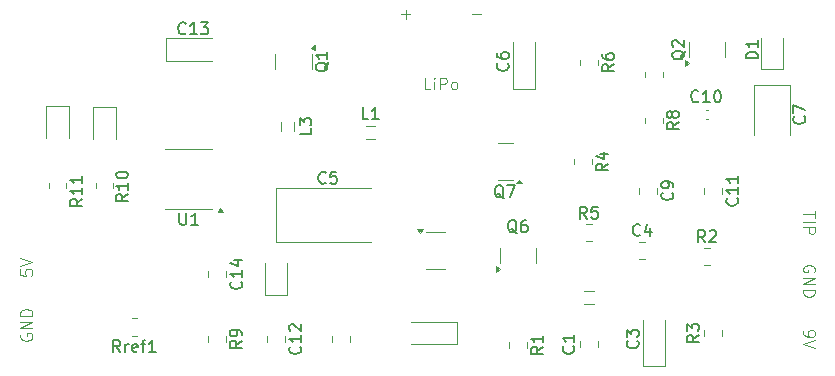
<source format=gbr>
%TF.GenerationSoftware,KiCad,Pcbnew,9.0.2*%
%TF.CreationDate,2025-07-09T13:31:17+03:00*%
%TF.ProjectId,rechargeble_pack,72656368-6172-4676-9562-6c655f706163,rev?*%
%TF.SameCoordinates,Original*%
%TF.FileFunction,Legend,Top*%
%TF.FilePolarity,Positive*%
%FSLAX46Y46*%
G04 Gerber Fmt 4.6, Leading zero omitted, Abs format (unit mm)*
G04 Created by KiCad (PCBNEW 9.0.2) date 2025-07-09 13:31:17*
%MOMM*%
%LPD*%
G01*
G04 APERTURE LIST*
%ADD10C,0.100000*%
%ADD11C,0.150000*%
%ADD12C,0.120000*%
G04 APERTURE END LIST*
D10*
X39603884Y-991466D02*
X40365789Y-991466D01*
X33603884Y-991466D02*
X34365789Y-991466D01*
X33984836Y-1372419D02*
X33984836Y-610514D01*
X36080074Y-7372419D02*
X35603884Y-7372419D01*
X35603884Y-7372419D02*
X35603884Y-6372419D01*
X36413408Y-7372419D02*
X36413408Y-6705752D01*
X36413408Y-6372419D02*
X36365789Y-6420038D01*
X36365789Y-6420038D02*
X36413408Y-6467657D01*
X36413408Y-6467657D02*
X36461027Y-6420038D01*
X36461027Y-6420038D02*
X36413408Y-6372419D01*
X36413408Y-6372419D02*
X36413408Y-6467657D01*
X36889598Y-7372419D02*
X36889598Y-6372419D01*
X36889598Y-6372419D02*
X37270550Y-6372419D01*
X37270550Y-6372419D02*
X37365788Y-6420038D01*
X37365788Y-6420038D02*
X37413407Y-6467657D01*
X37413407Y-6467657D02*
X37461026Y-6562895D01*
X37461026Y-6562895D02*
X37461026Y-6705752D01*
X37461026Y-6705752D02*
X37413407Y-6800990D01*
X37413407Y-6800990D02*
X37365788Y-6848609D01*
X37365788Y-6848609D02*
X37270550Y-6896228D01*
X37270550Y-6896228D02*
X36889598Y-6896228D01*
X38032455Y-7372419D02*
X37937217Y-7324800D01*
X37937217Y-7324800D02*
X37889598Y-7277180D01*
X37889598Y-7277180D02*
X37841979Y-7181942D01*
X37841979Y-7181942D02*
X37841979Y-6896228D01*
X37841979Y-6896228D02*
X37889598Y-6800990D01*
X37889598Y-6800990D02*
X37937217Y-6753371D01*
X37937217Y-6753371D02*
X38032455Y-6705752D01*
X38032455Y-6705752D02*
X38175312Y-6705752D01*
X38175312Y-6705752D02*
X38270550Y-6753371D01*
X38270550Y-6753371D02*
X38318169Y-6800990D01*
X38318169Y-6800990D02*
X38365788Y-6896228D01*
X38365788Y-6896228D02*
X38365788Y-7181942D01*
X38365788Y-7181942D02*
X38318169Y-7277180D01*
X38318169Y-7277180D02*
X38270550Y-7324800D01*
X38270550Y-7324800D02*
X38175312Y-7372419D01*
X38175312Y-7372419D02*
X38032455Y-7372419D01*
X67627580Y-27851503D02*
X67627580Y-28041979D01*
X67627580Y-28041979D02*
X67675200Y-28137217D01*
X67675200Y-28137217D02*
X67722819Y-28184836D01*
X67722819Y-28184836D02*
X67865676Y-28280074D01*
X67865676Y-28280074D02*
X68056152Y-28327693D01*
X68056152Y-28327693D02*
X68437104Y-28327693D01*
X68437104Y-28327693D02*
X68532342Y-28280074D01*
X68532342Y-28280074D02*
X68579961Y-28232455D01*
X68579961Y-28232455D02*
X68627580Y-28137217D01*
X68627580Y-28137217D02*
X68627580Y-27946741D01*
X68627580Y-27946741D02*
X68579961Y-27851503D01*
X68579961Y-27851503D02*
X68532342Y-27803884D01*
X68532342Y-27803884D02*
X68437104Y-27756265D01*
X68437104Y-27756265D02*
X68199009Y-27756265D01*
X68199009Y-27756265D02*
X68103771Y-27803884D01*
X68103771Y-27803884D02*
X68056152Y-27851503D01*
X68056152Y-27851503D02*
X68008533Y-27946741D01*
X68008533Y-27946741D02*
X68008533Y-28137217D01*
X68008533Y-28137217D02*
X68056152Y-28232455D01*
X68056152Y-28232455D02*
X68103771Y-28280074D01*
X68103771Y-28280074D02*
X68199009Y-28327693D01*
X68627580Y-28613408D02*
X67627580Y-28946741D01*
X67627580Y-28946741D02*
X68627580Y-29280074D01*
X1372419Y-22619925D02*
X1372419Y-23096115D01*
X1372419Y-23096115D02*
X1848609Y-23143734D01*
X1848609Y-23143734D02*
X1800990Y-23096115D01*
X1800990Y-23096115D02*
X1753371Y-23000877D01*
X1753371Y-23000877D02*
X1753371Y-22762782D01*
X1753371Y-22762782D02*
X1800990Y-22667544D01*
X1800990Y-22667544D02*
X1848609Y-22619925D01*
X1848609Y-22619925D02*
X1943847Y-22572306D01*
X1943847Y-22572306D02*
X2181942Y-22572306D01*
X2181942Y-22572306D02*
X2277180Y-22619925D01*
X2277180Y-22619925D02*
X2324800Y-22667544D01*
X2324800Y-22667544D02*
X2372419Y-22762782D01*
X2372419Y-22762782D02*
X2372419Y-23000877D01*
X2372419Y-23000877D02*
X2324800Y-23096115D01*
X2324800Y-23096115D02*
X2277180Y-23143734D01*
X1372419Y-22286591D02*
X2372419Y-21953258D01*
X2372419Y-21953258D02*
X1372419Y-21619925D01*
X68627580Y-17661027D02*
X68627580Y-18232455D01*
X67627580Y-17946741D02*
X68627580Y-17946741D01*
X67627580Y-18565789D02*
X68627580Y-18565789D01*
X67627580Y-19041979D02*
X68627580Y-19041979D01*
X68627580Y-19041979D02*
X68627580Y-19422931D01*
X68627580Y-19422931D02*
X68579961Y-19518169D01*
X68579961Y-19518169D02*
X68532342Y-19565788D01*
X68532342Y-19565788D02*
X68437104Y-19613407D01*
X68437104Y-19613407D02*
X68294247Y-19613407D01*
X68294247Y-19613407D02*
X68199009Y-19565788D01*
X68199009Y-19565788D02*
X68151390Y-19518169D01*
X68151390Y-19518169D02*
X68103771Y-19422931D01*
X68103771Y-19422931D02*
X68103771Y-19041979D01*
X68579961Y-22827693D02*
X68627580Y-22732455D01*
X68627580Y-22732455D02*
X68627580Y-22589598D01*
X68627580Y-22589598D02*
X68579961Y-22446741D01*
X68579961Y-22446741D02*
X68484723Y-22351503D01*
X68484723Y-22351503D02*
X68389485Y-22303884D01*
X68389485Y-22303884D02*
X68199009Y-22256265D01*
X68199009Y-22256265D02*
X68056152Y-22256265D01*
X68056152Y-22256265D02*
X67865676Y-22303884D01*
X67865676Y-22303884D02*
X67770438Y-22351503D01*
X67770438Y-22351503D02*
X67675200Y-22446741D01*
X67675200Y-22446741D02*
X67627580Y-22589598D01*
X67627580Y-22589598D02*
X67627580Y-22684836D01*
X67627580Y-22684836D02*
X67675200Y-22827693D01*
X67675200Y-22827693D02*
X67722819Y-22875312D01*
X67722819Y-22875312D02*
X68056152Y-22875312D01*
X68056152Y-22875312D02*
X68056152Y-22684836D01*
X67627580Y-23303884D02*
X68627580Y-23303884D01*
X68627580Y-23303884D02*
X67627580Y-23875312D01*
X67627580Y-23875312D02*
X68627580Y-23875312D01*
X67627580Y-24351503D02*
X68627580Y-24351503D01*
X68627580Y-24351503D02*
X68627580Y-24589598D01*
X68627580Y-24589598D02*
X68579961Y-24732455D01*
X68579961Y-24732455D02*
X68484723Y-24827693D01*
X68484723Y-24827693D02*
X68389485Y-24875312D01*
X68389485Y-24875312D02*
X68199009Y-24922931D01*
X68199009Y-24922931D02*
X68056152Y-24922931D01*
X68056152Y-24922931D02*
X67865676Y-24875312D01*
X67865676Y-24875312D02*
X67770438Y-24827693D01*
X67770438Y-24827693D02*
X67675200Y-24732455D01*
X67675200Y-24732455D02*
X67627580Y-24589598D01*
X67627580Y-24589598D02*
X67627580Y-24351503D01*
X1420038Y-28072306D02*
X1372419Y-28167544D01*
X1372419Y-28167544D02*
X1372419Y-28310401D01*
X1372419Y-28310401D02*
X1420038Y-28453258D01*
X1420038Y-28453258D02*
X1515276Y-28548496D01*
X1515276Y-28548496D02*
X1610514Y-28596115D01*
X1610514Y-28596115D02*
X1800990Y-28643734D01*
X1800990Y-28643734D02*
X1943847Y-28643734D01*
X1943847Y-28643734D02*
X2134323Y-28596115D01*
X2134323Y-28596115D02*
X2229561Y-28548496D01*
X2229561Y-28548496D02*
X2324800Y-28453258D01*
X2324800Y-28453258D02*
X2372419Y-28310401D01*
X2372419Y-28310401D02*
X2372419Y-28215163D01*
X2372419Y-28215163D02*
X2324800Y-28072306D01*
X2324800Y-28072306D02*
X2277180Y-28024687D01*
X2277180Y-28024687D02*
X1943847Y-28024687D01*
X1943847Y-28024687D02*
X1943847Y-28215163D01*
X2372419Y-27596115D02*
X1372419Y-27596115D01*
X1372419Y-27596115D02*
X2372419Y-27024687D01*
X2372419Y-27024687D02*
X1372419Y-27024687D01*
X2372419Y-26548496D02*
X1372419Y-26548496D01*
X1372419Y-26548496D02*
X1372419Y-26310401D01*
X1372419Y-26310401D02*
X1420038Y-26167544D01*
X1420038Y-26167544D02*
X1515276Y-26072306D01*
X1515276Y-26072306D02*
X1610514Y-26024687D01*
X1610514Y-26024687D02*
X1800990Y-25977068D01*
X1800990Y-25977068D02*
X1943847Y-25977068D01*
X1943847Y-25977068D02*
X2134323Y-26024687D01*
X2134323Y-26024687D02*
X2229561Y-26072306D01*
X2229561Y-26072306D02*
X2324800Y-26167544D01*
X2324800Y-26167544D02*
X2372419Y-26310401D01*
X2372419Y-26310401D02*
X2372419Y-26548496D01*
D11*
X15357142Y-2609580D02*
X15309523Y-2657200D01*
X15309523Y-2657200D02*
X15166666Y-2704819D01*
X15166666Y-2704819D02*
X15071428Y-2704819D01*
X15071428Y-2704819D02*
X14928571Y-2657200D01*
X14928571Y-2657200D02*
X14833333Y-2561961D01*
X14833333Y-2561961D02*
X14785714Y-2466723D01*
X14785714Y-2466723D02*
X14738095Y-2276247D01*
X14738095Y-2276247D02*
X14738095Y-2133390D01*
X14738095Y-2133390D02*
X14785714Y-1942914D01*
X14785714Y-1942914D02*
X14833333Y-1847676D01*
X14833333Y-1847676D02*
X14928571Y-1752438D01*
X14928571Y-1752438D02*
X15071428Y-1704819D01*
X15071428Y-1704819D02*
X15166666Y-1704819D01*
X15166666Y-1704819D02*
X15309523Y-1752438D01*
X15309523Y-1752438D02*
X15357142Y-1800057D01*
X16309523Y-2704819D02*
X15738095Y-2704819D01*
X16023809Y-2704819D02*
X16023809Y-1704819D01*
X16023809Y-1704819D02*
X15928571Y-1847676D01*
X15928571Y-1847676D02*
X15833333Y-1942914D01*
X15833333Y-1942914D02*
X15738095Y-1990533D01*
X16642857Y-1704819D02*
X17261904Y-1704819D01*
X17261904Y-1704819D02*
X16928571Y-2085771D01*
X16928571Y-2085771D02*
X17071428Y-2085771D01*
X17071428Y-2085771D02*
X17166666Y-2133390D01*
X17166666Y-2133390D02*
X17214285Y-2181009D01*
X17214285Y-2181009D02*
X17261904Y-2276247D01*
X17261904Y-2276247D02*
X17261904Y-2514342D01*
X17261904Y-2514342D02*
X17214285Y-2609580D01*
X17214285Y-2609580D02*
X17166666Y-2657200D01*
X17166666Y-2657200D02*
X17071428Y-2704819D01*
X17071428Y-2704819D02*
X16785714Y-2704819D01*
X16785714Y-2704819D02*
X16690476Y-2657200D01*
X16690476Y-2657200D02*
X16642857Y-2609580D01*
X58769642Y-8359580D02*
X58722023Y-8407200D01*
X58722023Y-8407200D02*
X58579166Y-8454819D01*
X58579166Y-8454819D02*
X58483928Y-8454819D01*
X58483928Y-8454819D02*
X58341071Y-8407200D01*
X58341071Y-8407200D02*
X58245833Y-8311961D01*
X58245833Y-8311961D02*
X58198214Y-8216723D01*
X58198214Y-8216723D02*
X58150595Y-8026247D01*
X58150595Y-8026247D02*
X58150595Y-7883390D01*
X58150595Y-7883390D02*
X58198214Y-7692914D01*
X58198214Y-7692914D02*
X58245833Y-7597676D01*
X58245833Y-7597676D02*
X58341071Y-7502438D01*
X58341071Y-7502438D02*
X58483928Y-7454819D01*
X58483928Y-7454819D02*
X58579166Y-7454819D01*
X58579166Y-7454819D02*
X58722023Y-7502438D01*
X58722023Y-7502438D02*
X58769642Y-7550057D01*
X59722023Y-8454819D02*
X59150595Y-8454819D01*
X59436309Y-8454819D02*
X59436309Y-7454819D01*
X59436309Y-7454819D02*
X59341071Y-7597676D01*
X59341071Y-7597676D02*
X59245833Y-7692914D01*
X59245833Y-7692914D02*
X59150595Y-7740533D01*
X60341071Y-7454819D02*
X60436309Y-7454819D01*
X60436309Y-7454819D02*
X60531547Y-7502438D01*
X60531547Y-7502438D02*
X60579166Y-7550057D01*
X60579166Y-7550057D02*
X60626785Y-7645295D01*
X60626785Y-7645295D02*
X60674404Y-7835771D01*
X60674404Y-7835771D02*
X60674404Y-8073866D01*
X60674404Y-8073866D02*
X60626785Y-8264342D01*
X60626785Y-8264342D02*
X60579166Y-8359580D01*
X60579166Y-8359580D02*
X60531547Y-8407200D01*
X60531547Y-8407200D02*
X60436309Y-8454819D01*
X60436309Y-8454819D02*
X60341071Y-8454819D01*
X60341071Y-8454819D02*
X60245833Y-8407200D01*
X60245833Y-8407200D02*
X60198214Y-8359580D01*
X60198214Y-8359580D02*
X60150595Y-8264342D01*
X60150595Y-8264342D02*
X60102976Y-8073866D01*
X60102976Y-8073866D02*
X60102976Y-7835771D01*
X60102976Y-7835771D02*
X60150595Y-7645295D01*
X60150595Y-7645295D02*
X60198214Y-7550057D01*
X60198214Y-7550057D02*
X60245833Y-7502438D01*
X60245833Y-7502438D02*
X60341071Y-7454819D01*
X67709580Y-9666666D02*
X67757200Y-9714285D01*
X67757200Y-9714285D02*
X67804819Y-9857142D01*
X67804819Y-9857142D02*
X67804819Y-9952380D01*
X67804819Y-9952380D02*
X67757200Y-10095237D01*
X67757200Y-10095237D02*
X67661961Y-10190475D01*
X67661961Y-10190475D02*
X67566723Y-10238094D01*
X67566723Y-10238094D02*
X67376247Y-10285713D01*
X67376247Y-10285713D02*
X67233390Y-10285713D01*
X67233390Y-10285713D02*
X67042914Y-10238094D01*
X67042914Y-10238094D02*
X66947676Y-10190475D01*
X66947676Y-10190475D02*
X66852438Y-10095237D01*
X66852438Y-10095237D02*
X66804819Y-9952380D01*
X66804819Y-9952380D02*
X66804819Y-9857142D01*
X66804819Y-9857142D02*
X66852438Y-9714285D01*
X66852438Y-9714285D02*
X66900057Y-9666666D01*
X66804819Y-9333332D02*
X66804819Y-8666666D01*
X66804819Y-8666666D02*
X67804819Y-9095237D01*
X6604819Y-16642857D02*
X6128628Y-16976190D01*
X6604819Y-17214285D02*
X5604819Y-17214285D01*
X5604819Y-17214285D02*
X5604819Y-16833333D01*
X5604819Y-16833333D02*
X5652438Y-16738095D01*
X5652438Y-16738095D02*
X5700057Y-16690476D01*
X5700057Y-16690476D02*
X5795295Y-16642857D01*
X5795295Y-16642857D02*
X5938152Y-16642857D01*
X5938152Y-16642857D02*
X6033390Y-16690476D01*
X6033390Y-16690476D02*
X6081009Y-16738095D01*
X6081009Y-16738095D02*
X6128628Y-16833333D01*
X6128628Y-16833333D02*
X6128628Y-17214285D01*
X6604819Y-15690476D02*
X6604819Y-16261904D01*
X6604819Y-15976190D02*
X5604819Y-15976190D01*
X5604819Y-15976190D02*
X5747676Y-16071428D01*
X5747676Y-16071428D02*
X5842914Y-16166666D01*
X5842914Y-16166666D02*
X5890533Y-16261904D01*
X6604819Y-14738095D02*
X6604819Y-15309523D01*
X6604819Y-15023809D02*
X5604819Y-15023809D01*
X5604819Y-15023809D02*
X5747676Y-15119047D01*
X5747676Y-15119047D02*
X5842914Y-15214285D01*
X5842914Y-15214285D02*
X5890533Y-15309523D01*
X56539580Y-16116666D02*
X56587200Y-16164285D01*
X56587200Y-16164285D02*
X56634819Y-16307142D01*
X56634819Y-16307142D02*
X56634819Y-16402380D01*
X56634819Y-16402380D02*
X56587200Y-16545237D01*
X56587200Y-16545237D02*
X56491961Y-16640475D01*
X56491961Y-16640475D02*
X56396723Y-16688094D01*
X56396723Y-16688094D02*
X56206247Y-16735713D01*
X56206247Y-16735713D02*
X56063390Y-16735713D01*
X56063390Y-16735713D02*
X55872914Y-16688094D01*
X55872914Y-16688094D02*
X55777676Y-16640475D01*
X55777676Y-16640475D02*
X55682438Y-16545237D01*
X55682438Y-16545237D02*
X55634819Y-16402380D01*
X55634819Y-16402380D02*
X55634819Y-16307142D01*
X55634819Y-16307142D02*
X55682438Y-16164285D01*
X55682438Y-16164285D02*
X55730057Y-16116666D01*
X56634819Y-15640475D02*
X56634819Y-15449999D01*
X56634819Y-15449999D02*
X56587200Y-15354761D01*
X56587200Y-15354761D02*
X56539580Y-15307142D01*
X56539580Y-15307142D02*
X56396723Y-15211904D01*
X56396723Y-15211904D02*
X56206247Y-15164285D01*
X56206247Y-15164285D02*
X55825295Y-15164285D01*
X55825295Y-15164285D02*
X55730057Y-15211904D01*
X55730057Y-15211904D02*
X55682438Y-15259523D01*
X55682438Y-15259523D02*
X55634819Y-15354761D01*
X55634819Y-15354761D02*
X55634819Y-15545237D01*
X55634819Y-15545237D02*
X55682438Y-15640475D01*
X55682438Y-15640475D02*
X55730057Y-15688094D01*
X55730057Y-15688094D02*
X55825295Y-15735713D01*
X55825295Y-15735713D02*
X56063390Y-15735713D01*
X56063390Y-15735713D02*
X56158628Y-15688094D01*
X56158628Y-15688094D02*
X56206247Y-15640475D01*
X56206247Y-15640475D02*
X56253866Y-15545237D01*
X56253866Y-15545237D02*
X56253866Y-15354761D01*
X56253866Y-15354761D02*
X56206247Y-15259523D01*
X56206247Y-15259523D02*
X56158628Y-15211904D01*
X56158628Y-15211904D02*
X56063390Y-15164285D01*
X62039580Y-16592857D02*
X62087200Y-16640476D01*
X62087200Y-16640476D02*
X62134819Y-16783333D01*
X62134819Y-16783333D02*
X62134819Y-16878571D01*
X62134819Y-16878571D02*
X62087200Y-17021428D01*
X62087200Y-17021428D02*
X61991961Y-17116666D01*
X61991961Y-17116666D02*
X61896723Y-17164285D01*
X61896723Y-17164285D02*
X61706247Y-17211904D01*
X61706247Y-17211904D02*
X61563390Y-17211904D01*
X61563390Y-17211904D02*
X61372914Y-17164285D01*
X61372914Y-17164285D02*
X61277676Y-17116666D01*
X61277676Y-17116666D02*
X61182438Y-17021428D01*
X61182438Y-17021428D02*
X61134819Y-16878571D01*
X61134819Y-16878571D02*
X61134819Y-16783333D01*
X61134819Y-16783333D02*
X61182438Y-16640476D01*
X61182438Y-16640476D02*
X61230057Y-16592857D01*
X62134819Y-15640476D02*
X62134819Y-16211904D01*
X62134819Y-15926190D02*
X61134819Y-15926190D01*
X61134819Y-15926190D02*
X61277676Y-16021428D01*
X61277676Y-16021428D02*
X61372914Y-16116666D01*
X61372914Y-16116666D02*
X61420533Y-16211904D01*
X62134819Y-14688095D02*
X62134819Y-15259523D01*
X62134819Y-14973809D02*
X61134819Y-14973809D01*
X61134819Y-14973809D02*
X61277676Y-15069047D01*
X61277676Y-15069047D02*
X61372914Y-15164285D01*
X61372914Y-15164285D02*
X61420533Y-15259523D01*
X20039580Y-23642857D02*
X20087200Y-23690476D01*
X20087200Y-23690476D02*
X20134819Y-23833333D01*
X20134819Y-23833333D02*
X20134819Y-23928571D01*
X20134819Y-23928571D02*
X20087200Y-24071428D01*
X20087200Y-24071428D02*
X19991961Y-24166666D01*
X19991961Y-24166666D02*
X19896723Y-24214285D01*
X19896723Y-24214285D02*
X19706247Y-24261904D01*
X19706247Y-24261904D02*
X19563390Y-24261904D01*
X19563390Y-24261904D02*
X19372914Y-24214285D01*
X19372914Y-24214285D02*
X19277676Y-24166666D01*
X19277676Y-24166666D02*
X19182438Y-24071428D01*
X19182438Y-24071428D02*
X19134819Y-23928571D01*
X19134819Y-23928571D02*
X19134819Y-23833333D01*
X19134819Y-23833333D02*
X19182438Y-23690476D01*
X19182438Y-23690476D02*
X19230057Y-23642857D01*
X20134819Y-22690476D02*
X20134819Y-23261904D01*
X20134819Y-22976190D02*
X19134819Y-22976190D01*
X19134819Y-22976190D02*
X19277676Y-23071428D01*
X19277676Y-23071428D02*
X19372914Y-23166666D01*
X19372914Y-23166666D02*
X19420533Y-23261904D01*
X19468152Y-21833333D02*
X20134819Y-21833333D01*
X19087200Y-22071428D02*
X19801485Y-22309523D01*
X19801485Y-22309523D02*
X19801485Y-21690476D01*
X45604819Y-29166666D02*
X45128628Y-29499999D01*
X45604819Y-29738094D02*
X44604819Y-29738094D01*
X44604819Y-29738094D02*
X44604819Y-29357142D01*
X44604819Y-29357142D02*
X44652438Y-29261904D01*
X44652438Y-29261904D02*
X44700057Y-29214285D01*
X44700057Y-29214285D02*
X44795295Y-29166666D01*
X44795295Y-29166666D02*
X44938152Y-29166666D01*
X44938152Y-29166666D02*
X45033390Y-29214285D01*
X45033390Y-29214285D02*
X45081009Y-29261904D01*
X45081009Y-29261904D02*
X45128628Y-29357142D01*
X45128628Y-29357142D02*
X45128628Y-29738094D01*
X45604819Y-28214285D02*
X45604819Y-28785713D01*
X45604819Y-28499999D02*
X44604819Y-28499999D01*
X44604819Y-28499999D02*
X44747676Y-28595237D01*
X44747676Y-28595237D02*
X44842914Y-28690475D01*
X44842914Y-28690475D02*
X44890533Y-28785713D01*
X43404761Y-19550057D02*
X43309523Y-19502438D01*
X43309523Y-19502438D02*
X43214285Y-19407200D01*
X43214285Y-19407200D02*
X43071428Y-19264342D01*
X43071428Y-19264342D02*
X42976190Y-19216723D01*
X42976190Y-19216723D02*
X42880952Y-19216723D01*
X42928571Y-19454819D02*
X42833333Y-19407200D01*
X42833333Y-19407200D02*
X42738095Y-19311961D01*
X42738095Y-19311961D02*
X42690476Y-19121485D01*
X42690476Y-19121485D02*
X42690476Y-18788152D01*
X42690476Y-18788152D02*
X42738095Y-18597676D01*
X42738095Y-18597676D02*
X42833333Y-18502438D01*
X42833333Y-18502438D02*
X42928571Y-18454819D01*
X42928571Y-18454819D02*
X43119047Y-18454819D01*
X43119047Y-18454819D02*
X43214285Y-18502438D01*
X43214285Y-18502438D02*
X43309523Y-18597676D01*
X43309523Y-18597676D02*
X43357142Y-18788152D01*
X43357142Y-18788152D02*
X43357142Y-19121485D01*
X43357142Y-19121485D02*
X43309523Y-19311961D01*
X43309523Y-19311961D02*
X43214285Y-19407200D01*
X43214285Y-19407200D02*
X43119047Y-19454819D01*
X43119047Y-19454819D02*
X42928571Y-19454819D01*
X44214285Y-18454819D02*
X44023809Y-18454819D01*
X44023809Y-18454819D02*
X43928571Y-18502438D01*
X43928571Y-18502438D02*
X43880952Y-18550057D01*
X43880952Y-18550057D02*
X43785714Y-18692914D01*
X43785714Y-18692914D02*
X43738095Y-18883390D01*
X43738095Y-18883390D02*
X43738095Y-19264342D01*
X43738095Y-19264342D02*
X43785714Y-19359580D01*
X43785714Y-19359580D02*
X43833333Y-19407200D01*
X43833333Y-19407200D02*
X43928571Y-19454819D01*
X43928571Y-19454819D02*
X44119047Y-19454819D01*
X44119047Y-19454819D02*
X44214285Y-19407200D01*
X44214285Y-19407200D02*
X44261904Y-19359580D01*
X44261904Y-19359580D02*
X44309523Y-19264342D01*
X44309523Y-19264342D02*
X44309523Y-19026247D01*
X44309523Y-19026247D02*
X44261904Y-18931009D01*
X44261904Y-18931009D02*
X44214285Y-18883390D01*
X44214285Y-18883390D02*
X44119047Y-18835771D01*
X44119047Y-18835771D02*
X43928571Y-18835771D01*
X43928571Y-18835771D02*
X43833333Y-18883390D01*
X43833333Y-18883390D02*
X43785714Y-18931009D01*
X43785714Y-18931009D02*
X43738095Y-19026247D01*
X59333333Y-20304819D02*
X59000000Y-19828628D01*
X58761905Y-20304819D02*
X58761905Y-19304819D01*
X58761905Y-19304819D02*
X59142857Y-19304819D01*
X59142857Y-19304819D02*
X59238095Y-19352438D01*
X59238095Y-19352438D02*
X59285714Y-19400057D01*
X59285714Y-19400057D02*
X59333333Y-19495295D01*
X59333333Y-19495295D02*
X59333333Y-19638152D01*
X59333333Y-19638152D02*
X59285714Y-19733390D01*
X59285714Y-19733390D02*
X59238095Y-19781009D01*
X59238095Y-19781009D02*
X59142857Y-19828628D01*
X59142857Y-19828628D02*
X58761905Y-19828628D01*
X59714286Y-19400057D02*
X59761905Y-19352438D01*
X59761905Y-19352438D02*
X59857143Y-19304819D01*
X59857143Y-19304819D02*
X60095238Y-19304819D01*
X60095238Y-19304819D02*
X60190476Y-19352438D01*
X60190476Y-19352438D02*
X60238095Y-19400057D01*
X60238095Y-19400057D02*
X60285714Y-19495295D01*
X60285714Y-19495295D02*
X60285714Y-19590533D01*
X60285714Y-19590533D02*
X60238095Y-19733390D01*
X60238095Y-19733390D02*
X59666667Y-20304819D01*
X59666667Y-20304819D02*
X60285714Y-20304819D01*
X10454819Y-16230357D02*
X9978628Y-16563690D01*
X10454819Y-16801785D02*
X9454819Y-16801785D01*
X9454819Y-16801785D02*
X9454819Y-16420833D01*
X9454819Y-16420833D02*
X9502438Y-16325595D01*
X9502438Y-16325595D02*
X9550057Y-16277976D01*
X9550057Y-16277976D02*
X9645295Y-16230357D01*
X9645295Y-16230357D02*
X9788152Y-16230357D01*
X9788152Y-16230357D02*
X9883390Y-16277976D01*
X9883390Y-16277976D02*
X9931009Y-16325595D01*
X9931009Y-16325595D02*
X9978628Y-16420833D01*
X9978628Y-16420833D02*
X9978628Y-16801785D01*
X10454819Y-15277976D02*
X10454819Y-15849404D01*
X10454819Y-15563690D02*
X9454819Y-15563690D01*
X9454819Y-15563690D02*
X9597676Y-15658928D01*
X9597676Y-15658928D02*
X9692914Y-15754166D01*
X9692914Y-15754166D02*
X9740533Y-15849404D01*
X9454819Y-14658928D02*
X9454819Y-14563690D01*
X9454819Y-14563690D02*
X9502438Y-14468452D01*
X9502438Y-14468452D02*
X9550057Y-14420833D01*
X9550057Y-14420833D02*
X9645295Y-14373214D01*
X9645295Y-14373214D02*
X9835771Y-14325595D01*
X9835771Y-14325595D02*
X10073866Y-14325595D01*
X10073866Y-14325595D02*
X10264342Y-14373214D01*
X10264342Y-14373214D02*
X10359580Y-14420833D01*
X10359580Y-14420833D02*
X10407200Y-14468452D01*
X10407200Y-14468452D02*
X10454819Y-14563690D01*
X10454819Y-14563690D02*
X10454819Y-14658928D01*
X10454819Y-14658928D02*
X10407200Y-14754166D01*
X10407200Y-14754166D02*
X10359580Y-14801785D01*
X10359580Y-14801785D02*
X10264342Y-14849404D01*
X10264342Y-14849404D02*
X10073866Y-14897023D01*
X10073866Y-14897023D02*
X9835771Y-14897023D01*
X9835771Y-14897023D02*
X9645295Y-14849404D01*
X9645295Y-14849404D02*
X9550057Y-14801785D01*
X9550057Y-14801785D02*
X9502438Y-14754166D01*
X9502438Y-14754166D02*
X9454819Y-14658928D01*
X30833333Y-9904819D02*
X30357143Y-9904819D01*
X30357143Y-9904819D02*
X30357143Y-8904819D01*
X31690476Y-9904819D02*
X31119048Y-9904819D01*
X31404762Y-9904819D02*
X31404762Y-8904819D01*
X31404762Y-8904819D02*
X31309524Y-9047676D01*
X31309524Y-9047676D02*
X31214286Y-9142914D01*
X31214286Y-9142914D02*
X31119048Y-9190533D01*
X58804819Y-28166666D02*
X58328628Y-28499999D01*
X58804819Y-28738094D02*
X57804819Y-28738094D01*
X57804819Y-28738094D02*
X57804819Y-28357142D01*
X57804819Y-28357142D02*
X57852438Y-28261904D01*
X57852438Y-28261904D02*
X57900057Y-28214285D01*
X57900057Y-28214285D02*
X57995295Y-28166666D01*
X57995295Y-28166666D02*
X58138152Y-28166666D01*
X58138152Y-28166666D02*
X58233390Y-28214285D01*
X58233390Y-28214285D02*
X58281009Y-28261904D01*
X58281009Y-28261904D02*
X58328628Y-28357142D01*
X58328628Y-28357142D02*
X58328628Y-28738094D01*
X57804819Y-27833332D02*
X57804819Y-27214285D01*
X57804819Y-27214285D02*
X58185771Y-27547618D01*
X58185771Y-27547618D02*
X58185771Y-27404761D01*
X58185771Y-27404761D02*
X58233390Y-27309523D01*
X58233390Y-27309523D02*
X58281009Y-27261904D01*
X58281009Y-27261904D02*
X58376247Y-27214285D01*
X58376247Y-27214285D02*
X58614342Y-27214285D01*
X58614342Y-27214285D02*
X58709580Y-27261904D01*
X58709580Y-27261904D02*
X58757200Y-27309523D01*
X58757200Y-27309523D02*
X58804819Y-27404761D01*
X58804819Y-27404761D02*
X58804819Y-27690475D01*
X58804819Y-27690475D02*
X58757200Y-27785713D01*
X58757200Y-27785713D02*
X58709580Y-27833332D01*
X48179580Y-29116666D02*
X48227200Y-29164285D01*
X48227200Y-29164285D02*
X48274819Y-29307142D01*
X48274819Y-29307142D02*
X48274819Y-29402380D01*
X48274819Y-29402380D02*
X48227200Y-29545237D01*
X48227200Y-29545237D02*
X48131961Y-29640475D01*
X48131961Y-29640475D02*
X48036723Y-29688094D01*
X48036723Y-29688094D02*
X47846247Y-29735713D01*
X47846247Y-29735713D02*
X47703390Y-29735713D01*
X47703390Y-29735713D02*
X47512914Y-29688094D01*
X47512914Y-29688094D02*
X47417676Y-29640475D01*
X47417676Y-29640475D02*
X47322438Y-29545237D01*
X47322438Y-29545237D02*
X47274819Y-29402380D01*
X47274819Y-29402380D02*
X47274819Y-29307142D01*
X47274819Y-29307142D02*
X47322438Y-29164285D01*
X47322438Y-29164285D02*
X47370057Y-29116666D01*
X48274819Y-28164285D02*
X48274819Y-28735713D01*
X48274819Y-28449999D02*
X47274819Y-28449999D01*
X47274819Y-28449999D02*
X47417676Y-28545237D01*
X47417676Y-28545237D02*
X47512914Y-28640475D01*
X47512914Y-28640475D02*
X47560533Y-28735713D01*
X20104819Y-28666666D02*
X19628628Y-28999999D01*
X20104819Y-29238094D02*
X19104819Y-29238094D01*
X19104819Y-29238094D02*
X19104819Y-28857142D01*
X19104819Y-28857142D02*
X19152438Y-28761904D01*
X19152438Y-28761904D02*
X19200057Y-28714285D01*
X19200057Y-28714285D02*
X19295295Y-28666666D01*
X19295295Y-28666666D02*
X19438152Y-28666666D01*
X19438152Y-28666666D02*
X19533390Y-28714285D01*
X19533390Y-28714285D02*
X19581009Y-28761904D01*
X19581009Y-28761904D02*
X19628628Y-28857142D01*
X19628628Y-28857142D02*
X19628628Y-29238094D01*
X20104819Y-28190475D02*
X20104819Y-27999999D01*
X20104819Y-27999999D02*
X20057200Y-27904761D01*
X20057200Y-27904761D02*
X20009580Y-27857142D01*
X20009580Y-27857142D02*
X19866723Y-27761904D01*
X19866723Y-27761904D02*
X19676247Y-27714285D01*
X19676247Y-27714285D02*
X19295295Y-27714285D01*
X19295295Y-27714285D02*
X19200057Y-27761904D01*
X19200057Y-27761904D02*
X19152438Y-27809523D01*
X19152438Y-27809523D02*
X19104819Y-27904761D01*
X19104819Y-27904761D02*
X19104819Y-28095237D01*
X19104819Y-28095237D02*
X19152438Y-28190475D01*
X19152438Y-28190475D02*
X19200057Y-28238094D01*
X19200057Y-28238094D02*
X19295295Y-28285713D01*
X19295295Y-28285713D02*
X19533390Y-28285713D01*
X19533390Y-28285713D02*
X19628628Y-28238094D01*
X19628628Y-28238094D02*
X19676247Y-28190475D01*
X19676247Y-28190475D02*
X19723866Y-28095237D01*
X19723866Y-28095237D02*
X19723866Y-27904761D01*
X19723866Y-27904761D02*
X19676247Y-27809523D01*
X19676247Y-27809523D02*
X19628628Y-27761904D01*
X19628628Y-27761904D02*
X19533390Y-27714285D01*
X53833333Y-19679580D02*
X53785714Y-19727200D01*
X53785714Y-19727200D02*
X53642857Y-19774819D01*
X53642857Y-19774819D02*
X53547619Y-19774819D01*
X53547619Y-19774819D02*
X53404762Y-19727200D01*
X53404762Y-19727200D02*
X53309524Y-19631961D01*
X53309524Y-19631961D02*
X53261905Y-19536723D01*
X53261905Y-19536723D02*
X53214286Y-19346247D01*
X53214286Y-19346247D02*
X53214286Y-19203390D01*
X53214286Y-19203390D02*
X53261905Y-19012914D01*
X53261905Y-19012914D02*
X53309524Y-18917676D01*
X53309524Y-18917676D02*
X53404762Y-18822438D01*
X53404762Y-18822438D02*
X53547619Y-18774819D01*
X53547619Y-18774819D02*
X53642857Y-18774819D01*
X53642857Y-18774819D02*
X53785714Y-18822438D01*
X53785714Y-18822438D02*
X53833333Y-18870057D01*
X54690476Y-19108152D02*
X54690476Y-19774819D01*
X54452381Y-18727200D02*
X54214286Y-19441485D01*
X54214286Y-19441485D02*
X54833333Y-19441485D01*
X42279761Y-16600057D02*
X42184523Y-16552438D01*
X42184523Y-16552438D02*
X42089285Y-16457200D01*
X42089285Y-16457200D02*
X41946428Y-16314342D01*
X41946428Y-16314342D02*
X41851190Y-16266723D01*
X41851190Y-16266723D02*
X41755952Y-16266723D01*
X41803571Y-16504819D02*
X41708333Y-16457200D01*
X41708333Y-16457200D02*
X41613095Y-16361961D01*
X41613095Y-16361961D02*
X41565476Y-16171485D01*
X41565476Y-16171485D02*
X41565476Y-15838152D01*
X41565476Y-15838152D02*
X41613095Y-15647676D01*
X41613095Y-15647676D02*
X41708333Y-15552438D01*
X41708333Y-15552438D02*
X41803571Y-15504819D01*
X41803571Y-15504819D02*
X41994047Y-15504819D01*
X41994047Y-15504819D02*
X42089285Y-15552438D01*
X42089285Y-15552438D02*
X42184523Y-15647676D01*
X42184523Y-15647676D02*
X42232142Y-15838152D01*
X42232142Y-15838152D02*
X42232142Y-16171485D01*
X42232142Y-16171485D02*
X42184523Y-16361961D01*
X42184523Y-16361961D02*
X42089285Y-16457200D01*
X42089285Y-16457200D02*
X41994047Y-16504819D01*
X41994047Y-16504819D02*
X41803571Y-16504819D01*
X42565476Y-15504819D02*
X43232142Y-15504819D01*
X43232142Y-15504819D02*
X42803571Y-16504819D01*
X26004819Y-10666666D02*
X26004819Y-11142856D01*
X26004819Y-11142856D02*
X25004819Y-11142856D01*
X25004819Y-10428570D02*
X25004819Y-9809523D01*
X25004819Y-9809523D02*
X25385771Y-10142856D01*
X25385771Y-10142856D02*
X25385771Y-9999999D01*
X25385771Y-9999999D02*
X25433390Y-9904761D01*
X25433390Y-9904761D02*
X25481009Y-9857142D01*
X25481009Y-9857142D02*
X25576247Y-9809523D01*
X25576247Y-9809523D02*
X25814342Y-9809523D01*
X25814342Y-9809523D02*
X25909580Y-9857142D01*
X25909580Y-9857142D02*
X25957200Y-9904761D01*
X25957200Y-9904761D02*
X26004819Y-9999999D01*
X26004819Y-9999999D02*
X26004819Y-10285713D01*
X26004819Y-10285713D02*
X25957200Y-10380951D01*
X25957200Y-10380951D02*
X25909580Y-10428570D01*
X63804819Y-4738094D02*
X62804819Y-4738094D01*
X62804819Y-4738094D02*
X62804819Y-4499999D01*
X62804819Y-4499999D02*
X62852438Y-4357142D01*
X62852438Y-4357142D02*
X62947676Y-4261904D01*
X62947676Y-4261904D02*
X63042914Y-4214285D01*
X63042914Y-4214285D02*
X63233390Y-4166666D01*
X63233390Y-4166666D02*
X63376247Y-4166666D01*
X63376247Y-4166666D02*
X63566723Y-4214285D01*
X63566723Y-4214285D02*
X63661961Y-4261904D01*
X63661961Y-4261904D02*
X63757200Y-4357142D01*
X63757200Y-4357142D02*
X63804819Y-4499999D01*
X63804819Y-4499999D02*
X63804819Y-4738094D01*
X63804819Y-3214285D02*
X63804819Y-3785713D01*
X63804819Y-3499999D02*
X62804819Y-3499999D01*
X62804819Y-3499999D02*
X62947676Y-3595237D01*
X62947676Y-3595237D02*
X63042914Y-3690475D01*
X63042914Y-3690475D02*
X63090533Y-3785713D01*
X27450057Y-5095238D02*
X27402438Y-5190476D01*
X27402438Y-5190476D02*
X27307200Y-5285714D01*
X27307200Y-5285714D02*
X27164342Y-5428571D01*
X27164342Y-5428571D02*
X27116723Y-5523809D01*
X27116723Y-5523809D02*
X27116723Y-5619047D01*
X27354819Y-5571428D02*
X27307200Y-5666666D01*
X27307200Y-5666666D02*
X27211961Y-5761904D01*
X27211961Y-5761904D02*
X27021485Y-5809523D01*
X27021485Y-5809523D02*
X26688152Y-5809523D01*
X26688152Y-5809523D02*
X26497676Y-5761904D01*
X26497676Y-5761904D02*
X26402438Y-5666666D01*
X26402438Y-5666666D02*
X26354819Y-5571428D01*
X26354819Y-5571428D02*
X26354819Y-5380952D01*
X26354819Y-5380952D02*
X26402438Y-5285714D01*
X26402438Y-5285714D02*
X26497676Y-5190476D01*
X26497676Y-5190476D02*
X26688152Y-5142857D01*
X26688152Y-5142857D02*
X27021485Y-5142857D01*
X27021485Y-5142857D02*
X27211961Y-5190476D01*
X27211961Y-5190476D02*
X27307200Y-5285714D01*
X27307200Y-5285714D02*
X27354819Y-5380952D01*
X27354819Y-5380952D02*
X27354819Y-5571428D01*
X27354819Y-4190476D02*
X27354819Y-4761904D01*
X27354819Y-4476190D02*
X26354819Y-4476190D01*
X26354819Y-4476190D02*
X26497676Y-4571428D01*
X26497676Y-4571428D02*
X26592914Y-4666666D01*
X26592914Y-4666666D02*
X26640533Y-4761904D01*
X42609580Y-5166666D02*
X42657200Y-5214285D01*
X42657200Y-5214285D02*
X42704819Y-5357142D01*
X42704819Y-5357142D02*
X42704819Y-5452380D01*
X42704819Y-5452380D02*
X42657200Y-5595237D01*
X42657200Y-5595237D02*
X42561961Y-5690475D01*
X42561961Y-5690475D02*
X42466723Y-5738094D01*
X42466723Y-5738094D02*
X42276247Y-5785713D01*
X42276247Y-5785713D02*
X42133390Y-5785713D01*
X42133390Y-5785713D02*
X41942914Y-5738094D01*
X41942914Y-5738094D02*
X41847676Y-5690475D01*
X41847676Y-5690475D02*
X41752438Y-5595237D01*
X41752438Y-5595237D02*
X41704819Y-5452380D01*
X41704819Y-5452380D02*
X41704819Y-5357142D01*
X41704819Y-5357142D02*
X41752438Y-5214285D01*
X41752438Y-5214285D02*
X41800057Y-5166666D01*
X41704819Y-4309523D02*
X41704819Y-4499999D01*
X41704819Y-4499999D02*
X41752438Y-4595237D01*
X41752438Y-4595237D02*
X41800057Y-4642856D01*
X41800057Y-4642856D02*
X41942914Y-4738094D01*
X41942914Y-4738094D02*
X42133390Y-4785713D01*
X42133390Y-4785713D02*
X42514342Y-4785713D01*
X42514342Y-4785713D02*
X42609580Y-4738094D01*
X42609580Y-4738094D02*
X42657200Y-4690475D01*
X42657200Y-4690475D02*
X42704819Y-4595237D01*
X42704819Y-4595237D02*
X42704819Y-4404761D01*
X42704819Y-4404761D02*
X42657200Y-4309523D01*
X42657200Y-4309523D02*
X42609580Y-4261904D01*
X42609580Y-4261904D02*
X42514342Y-4214285D01*
X42514342Y-4214285D02*
X42276247Y-4214285D01*
X42276247Y-4214285D02*
X42181009Y-4261904D01*
X42181009Y-4261904D02*
X42133390Y-4309523D01*
X42133390Y-4309523D02*
X42085771Y-4404761D01*
X42085771Y-4404761D02*
X42085771Y-4595237D01*
X42085771Y-4595237D02*
X42133390Y-4690475D01*
X42133390Y-4690475D02*
X42181009Y-4738094D01*
X42181009Y-4738094D02*
X42276247Y-4785713D01*
X49333333Y-18304819D02*
X49000000Y-17828628D01*
X48761905Y-18304819D02*
X48761905Y-17304819D01*
X48761905Y-17304819D02*
X49142857Y-17304819D01*
X49142857Y-17304819D02*
X49238095Y-17352438D01*
X49238095Y-17352438D02*
X49285714Y-17400057D01*
X49285714Y-17400057D02*
X49333333Y-17495295D01*
X49333333Y-17495295D02*
X49333333Y-17638152D01*
X49333333Y-17638152D02*
X49285714Y-17733390D01*
X49285714Y-17733390D02*
X49238095Y-17781009D01*
X49238095Y-17781009D02*
X49142857Y-17828628D01*
X49142857Y-17828628D02*
X48761905Y-17828628D01*
X50238095Y-17304819D02*
X49761905Y-17304819D01*
X49761905Y-17304819D02*
X49714286Y-17781009D01*
X49714286Y-17781009D02*
X49761905Y-17733390D01*
X49761905Y-17733390D02*
X49857143Y-17685771D01*
X49857143Y-17685771D02*
X50095238Y-17685771D01*
X50095238Y-17685771D02*
X50190476Y-17733390D01*
X50190476Y-17733390D02*
X50238095Y-17781009D01*
X50238095Y-17781009D02*
X50285714Y-17876247D01*
X50285714Y-17876247D02*
X50285714Y-18114342D01*
X50285714Y-18114342D02*
X50238095Y-18209580D01*
X50238095Y-18209580D02*
X50190476Y-18257200D01*
X50190476Y-18257200D02*
X50095238Y-18304819D01*
X50095238Y-18304819D02*
X49857143Y-18304819D01*
X49857143Y-18304819D02*
X49761905Y-18257200D01*
X49761905Y-18257200D02*
X49714286Y-18209580D01*
X51604819Y-5254166D02*
X51128628Y-5587499D01*
X51604819Y-5825594D02*
X50604819Y-5825594D01*
X50604819Y-5825594D02*
X50604819Y-5444642D01*
X50604819Y-5444642D02*
X50652438Y-5349404D01*
X50652438Y-5349404D02*
X50700057Y-5301785D01*
X50700057Y-5301785D02*
X50795295Y-5254166D01*
X50795295Y-5254166D02*
X50938152Y-5254166D01*
X50938152Y-5254166D02*
X51033390Y-5301785D01*
X51033390Y-5301785D02*
X51081009Y-5349404D01*
X51081009Y-5349404D02*
X51128628Y-5444642D01*
X51128628Y-5444642D02*
X51128628Y-5825594D01*
X50604819Y-4397023D02*
X50604819Y-4587499D01*
X50604819Y-4587499D02*
X50652438Y-4682737D01*
X50652438Y-4682737D02*
X50700057Y-4730356D01*
X50700057Y-4730356D02*
X50842914Y-4825594D01*
X50842914Y-4825594D02*
X51033390Y-4873213D01*
X51033390Y-4873213D02*
X51414342Y-4873213D01*
X51414342Y-4873213D02*
X51509580Y-4825594D01*
X51509580Y-4825594D02*
X51557200Y-4777975D01*
X51557200Y-4777975D02*
X51604819Y-4682737D01*
X51604819Y-4682737D02*
X51604819Y-4492261D01*
X51604819Y-4492261D02*
X51557200Y-4397023D01*
X51557200Y-4397023D02*
X51509580Y-4349404D01*
X51509580Y-4349404D02*
X51414342Y-4301785D01*
X51414342Y-4301785D02*
X51176247Y-4301785D01*
X51176247Y-4301785D02*
X51081009Y-4349404D01*
X51081009Y-4349404D02*
X51033390Y-4397023D01*
X51033390Y-4397023D02*
X50985771Y-4492261D01*
X50985771Y-4492261D02*
X50985771Y-4682737D01*
X50985771Y-4682737D02*
X51033390Y-4777975D01*
X51033390Y-4777975D02*
X51081009Y-4825594D01*
X51081009Y-4825594D02*
X51176247Y-4873213D01*
X27213333Y-15259580D02*
X27165714Y-15307200D01*
X27165714Y-15307200D02*
X27022857Y-15354819D01*
X27022857Y-15354819D02*
X26927619Y-15354819D01*
X26927619Y-15354819D02*
X26784762Y-15307200D01*
X26784762Y-15307200D02*
X26689524Y-15211961D01*
X26689524Y-15211961D02*
X26641905Y-15116723D01*
X26641905Y-15116723D02*
X26594286Y-14926247D01*
X26594286Y-14926247D02*
X26594286Y-14783390D01*
X26594286Y-14783390D02*
X26641905Y-14592914D01*
X26641905Y-14592914D02*
X26689524Y-14497676D01*
X26689524Y-14497676D02*
X26784762Y-14402438D01*
X26784762Y-14402438D02*
X26927619Y-14354819D01*
X26927619Y-14354819D02*
X27022857Y-14354819D01*
X27022857Y-14354819D02*
X27165714Y-14402438D01*
X27165714Y-14402438D02*
X27213333Y-14450057D01*
X28118095Y-14354819D02*
X27641905Y-14354819D01*
X27641905Y-14354819D02*
X27594286Y-14831009D01*
X27594286Y-14831009D02*
X27641905Y-14783390D01*
X27641905Y-14783390D02*
X27737143Y-14735771D01*
X27737143Y-14735771D02*
X27975238Y-14735771D01*
X27975238Y-14735771D02*
X28070476Y-14783390D01*
X28070476Y-14783390D02*
X28118095Y-14831009D01*
X28118095Y-14831009D02*
X28165714Y-14926247D01*
X28165714Y-14926247D02*
X28165714Y-15164342D01*
X28165714Y-15164342D02*
X28118095Y-15259580D01*
X28118095Y-15259580D02*
X28070476Y-15307200D01*
X28070476Y-15307200D02*
X27975238Y-15354819D01*
X27975238Y-15354819D02*
X27737143Y-15354819D01*
X27737143Y-15354819D02*
X27641905Y-15307200D01*
X27641905Y-15307200D02*
X27594286Y-15259580D01*
X53609580Y-28666666D02*
X53657200Y-28714285D01*
X53657200Y-28714285D02*
X53704819Y-28857142D01*
X53704819Y-28857142D02*
X53704819Y-28952380D01*
X53704819Y-28952380D02*
X53657200Y-29095237D01*
X53657200Y-29095237D02*
X53561961Y-29190475D01*
X53561961Y-29190475D02*
X53466723Y-29238094D01*
X53466723Y-29238094D02*
X53276247Y-29285713D01*
X53276247Y-29285713D02*
X53133390Y-29285713D01*
X53133390Y-29285713D02*
X52942914Y-29238094D01*
X52942914Y-29238094D02*
X52847676Y-29190475D01*
X52847676Y-29190475D02*
X52752438Y-29095237D01*
X52752438Y-29095237D02*
X52704819Y-28952380D01*
X52704819Y-28952380D02*
X52704819Y-28857142D01*
X52704819Y-28857142D02*
X52752438Y-28714285D01*
X52752438Y-28714285D02*
X52800057Y-28666666D01*
X52704819Y-28333332D02*
X52704819Y-27714285D01*
X52704819Y-27714285D02*
X53085771Y-28047618D01*
X53085771Y-28047618D02*
X53085771Y-27904761D01*
X53085771Y-27904761D02*
X53133390Y-27809523D01*
X53133390Y-27809523D02*
X53181009Y-27761904D01*
X53181009Y-27761904D02*
X53276247Y-27714285D01*
X53276247Y-27714285D02*
X53514342Y-27714285D01*
X53514342Y-27714285D02*
X53609580Y-27761904D01*
X53609580Y-27761904D02*
X53657200Y-27809523D01*
X53657200Y-27809523D02*
X53704819Y-27904761D01*
X53704819Y-27904761D02*
X53704819Y-28190475D01*
X53704819Y-28190475D02*
X53657200Y-28285713D01*
X53657200Y-28285713D02*
X53609580Y-28333332D01*
X14833095Y-17829819D02*
X14833095Y-18639342D01*
X14833095Y-18639342D02*
X14880714Y-18734580D01*
X14880714Y-18734580D02*
X14928333Y-18782200D01*
X14928333Y-18782200D02*
X15023571Y-18829819D01*
X15023571Y-18829819D02*
X15214047Y-18829819D01*
X15214047Y-18829819D02*
X15309285Y-18782200D01*
X15309285Y-18782200D02*
X15356904Y-18734580D01*
X15356904Y-18734580D02*
X15404523Y-18639342D01*
X15404523Y-18639342D02*
X15404523Y-17829819D01*
X16404523Y-18829819D02*
X15833095Y-18829819D01*
X16118809Y-18829819D02*
X16118809Y-17829819D01*
X16118809Y-17829819D02*
X16023571Y-17972676D01*
X16023571Y-17972676D02*
X15928333Y-18067914D01*
X15928333Y-18067914D02*
X15833095Y-18115533D01*
X57650057Y-4095238D02*
X57602438Y-4190476D01*
X57602438Y-4190476D02*
X57507200Y-4285714D01*
X57507200Y-4285714D02*
X57364342Y-4428571D01*
X57364342Y-4428571D02*
X57316723Y-4523809D01*
X57316723Y-4523809D02*
X57316723Y-4619047D01*
X57554819Y-4571428D02*
X57507200Y-4666666D01*
X57507200Y-4666666D02*
X57411961Y-4761904D01*
X57411961Y-4761904D02*
X57221485Y-4809523D01*
X57221485Y-4809523D02*
X56888152Y-4809523D01*
X56888152Y-4809523D02*
X56697676Y-4761904D01*
X56697676Y-4761904D02*
X56602438Y-4666666D01*
X56602438Y-4666666D02*
X56554819Y-4571428D01*
X56554819Y-4571428D02*
X56554819Y-4380952D01*
X56554819Y-4380952D02*
X56602438Y-4285714D01*
X56602438Y-4285714D02*
X56697676Y-4190476D01*
X56697676Y-4190476D02*
X56888152Y-4142857D01*
X56888152Y-4142857D02*
X57221485Y-4142857D01*
X57221485Y-4142857D02*
X57411961Y-4190476D01*
X57411961Y-4190476D02*
X57507200Y-4285714D01*
X57507200Y-4285714D02*
X57554819Y-4380952D01*
X57554819Y-4380952D02*
X57554819Y-4571428D01*
X56650057Y-3761904D02*
X56602438Y-3714285D01*
X56602438Y-3714285D02*
X56554819Y-3619047D01*
X56554819Y-3619047D02*
X56554819Y-3380952D01*
X56554819Y-3380952D02*
X56602438Y-3285714D01*
X56602438Y-3285714D02*
X56650057Y-3238095D01*
X56650057Y-3238095D02*
X56745295Y-3190476D01*
X56745295Y-3190476D02*
X56840533Y-3190476D01*
X56840533Y-3190476D02*
X56983390Y-3238095D01*
X56983390Y-3238095D02*
X57554819Y-3809523D01*
X57554819Y-3809523D02*
X57554819Y-3190476D01*
X57104819Y-10166666D02*
X56628628Y-10499999D01*
X57104819Y-10738094D02*
X56104819Y-10738094D01*
X56104819Y-10738094D02*
X56104819Y-10357142D01*
X56104819Y-10357142D02*
X56152438Y-10261904D01*
X56152438Y-10261904D02*
X56200057Y-10214285D01*
X56200057Y-10214285D02*
X56295295Y-10166666D01*
X56295295Y-10166666D02*
X56438152Y-10166666D01*
X56438152Y-10166666D02*
X56533390Y-10214285D01*
X56533390Y-10214285D02*
X56581009Y-10261904D01*
X56581009Y-10261904D02*
X56628628Y-10357142D01*
X56628628Y-10357142D02*
X56628628Y-10738094D01*
X56533390Y-9595237D02*
X56485771Y-9690475D01*
X56485771Y-9690475D02*
X56438152Y-9738094D01*
X56438152Y-9738094D02*
X56342914Y-9785713D01*
X56342914Y-9785713D02*
X56295295Y-9785713D01*
X56295295Y-9785713D02*
X56200057Y-9738094D01*
X56200057Y-9738094D02*
X56152438Y-9690475D01*
X56152438Y-9690475D02*
X56104819Y-9595237D01*
X56104819Y-9595237D02*
X56104819Y-9404761D01*
X56104819Y-9404761D02*
X56152438Y-9309523D01*
X56152438Y-9309523D02*
X56200057Y-9261904D01*
X56200057Y-9261904D02*
X56295295Y-9214285D01*
X56295295Y-9214285D02*
X56342914Y-9214285D01*
X56342914Y-9214285D02*
X56438152Y-9261904D01*
X56438152Y-9261904D02*
X56485771Y-9309523D01*
X56485771Y-9309523D02*
X56533390Y-9404761D01*
X56533390Y-9404761D02*
X56533390Y-9595237D01*
X56533390Y-9595237D02*
X56581009Y-9690475D01*
X56581009Y-9690475D02*
X56628628Y-9738094D01*
X56628628Y-9738094D02*
X56723866Y-9785713D01*
X56723866Y-9785713D02*
X56914342Y-9785713D01*
X56914342Y-9785713D02*
X57009580Y-9738094D01*
X57009580Y-9738094D02*
X57057200Y-9690475D01*
X57057200Y-9690475D02*
X57104819Y-9595237D01*
X57104819Y-9595237D02*
X57104819Y-9404761D01*
X57104819Y-9404761D02*
X57057200Y-9309523D01*
X57057200Y-9309523D02*
X57009580Y-9261904D01*
X57009580Y-9261904D02*
X56914342Y-9214285D01*
X56914342Y-9214285D02*
X56723866Y-9214285D01*
X56723866Y-9214285D02*
X56628628Y-9261904D01*
X56628628Y-9261904D02*
X56581009Y-9309523D01*
X56581009Y-9309523D02*
X56533390Y-9404761D01*
X51104819Y-13666666D02*
X50628628Y-13999999D01*
X51104819Y-14238094D02*
X50104819Y-14238094D01*
X50104819Y-14238094D02*
X50104819Y-13857142D01*
X50104819Y-13857142D02*
X50152438Y-13761904D01*
X50152438Y-13761904D02*
X50200057Y-13714285D01*
X50200057Y-13714285D02*
X50295295Y-13666666D01*
X50295295Y-13666666D02*
X50438152Y-13666666D01*
X50438152Y-13666666D02*
X50533390Y-13714285D01*
X50533390Y-13714285D02*
X50581009Y-13761904D01*
X50581009Y-13761904D02*
X50628628Y-13857142D01*
X50628628Y-13857142D02*
X50628628Y-14238094D01*
X50438152Y-12809523D02*
X51104819Y-12809523D01*
X50057200Y-13047618D02*
X50771485Y-13285713D01*
X50771485Y-13285713D02*
X50771485Y-12666666D01*
X25039580Y-29142857D02*
X25087200Y-29190476D01*
X25087200Y-29190476D02*
X25134819Y-29333333D01*
X25134819Y-29333333D02*
X25134819Y-29428571D01*
X25134819Y-29428571D02*
X25087200Y-29571428D01*
X25087200Y-29571428D02*
X24991961Y-29666666D01*
X24991961Y-29666666D02*
X24896723Y-29714285D01*
X24896723Y-29714285D02*
X24706247Y-29761904D01*
X24706247Y-29761904D02*
X24563390Y-29761904D01*
X24563390Y-29761904D02*
X24372914Y-29714285D01*
X24372914Y-29714285D02*
X24277676Y-29666666D01*
X24277676Y-29666666D02*
X24182438Y-29571428D01*
X24182438Y-29571428D02*
X24134819Y-29428571D01*
X24134819Y-29428571D02*
X24134819Y-29333333D01*
X24134819Y-29333333D02*
X24182438Y-29190476D01*
X24182438Y-29190476D02*
X24230057Y-29142857D01*
X25134819Y-28190476D02*
X25134819Y-28761904D01*
X25134819Y-28476190D02*
X24134819Y-28476190D01*
X24134819Y-28476190D02*
X24277676Y-28571428D01*
X24277676Y-28571428D02*
X24372914Y-28666666D01*
X24372914Y-28666666D02*
X24420533Y-28761904D01*
X24230057Y-27809523D02*
X24182438Y-27761904D01*
X24182438Y-27761904D02*
X24134819Y-27666666D01*
X24134819Y-27666666D02*
X24134819Y-27428571D01*
X24134819Y-27428571D02*
X24182438Y-27333333D01*
X24182438Y-27333333D02*
X24230057Y-27285714D01*
X24230057Y-27285714D02*
X24325295Y-27238095D01*
X24325295Y-27238095D02*
X24420533Y-27238095D01*
X24420533Y-27238095D02*
X24563390Y-27285714D01*
X24563390Y-27285714D02*
X25134819Y-27857142D01*
X25134819Y-27857142D02*
X25134819Y-27238095D01*
X9809523Y-29604819D02*
X9476190Y-29128628D01*
X9238095Y-29604819D02*
X9238095Y-28604819D01*
X9238095Y-28604819D02*
X9619047Y-28604819D01*
X9619047Y-28604819D02*
X9714285Y-28652438D01*
X9714285Y-28652438D02*
X9761904Y-28700057D01*
X9761904Y-28700057D02*
X9809523Y-28795295D01*
X9809523Y-28795295D02*
X9809523Y-28938152D01*
X9809523Y-28938152D02*
X9761904Y-29033390D01*
X9761904Y-29033390D02*
X9714285Y-29081009D01*
X9714285Y-29081009D02*
X9619047Y-29128628D01*
X9619047Y-29128628D02*
X9238095Y-29128628D01*
X10238095Y-29604819D02*
X10238095Y-28938152D01*
X10238095Y-29128628D02*
X10285714Y-29033390D01*
X10285714Y-29033390D02*
X10333333Y-28985771D01*
X10333333Y-28985771D02*
X10428571Y-28938152D01*
X10428571Y-28938152D02*
X10523809Y-28938152D01*
X11238095Y-29557200D02*
X11142857Y-29604819D01*
X11142857Y-29604819D02*
X10952381Y-29604819D01*
X10952381Y-29604819D02*
X10857143Y-29557200D01*
X10857143Y-29557200D02*
X10809524Y-29461961D01*
X10809524Y-29461961D02*
X10809524Y-29081009D01*
X10809524Y-29081009D02*
X10857143Y-28985771D01*
X10857143Y-28985771D02*
X10952381Y-28938152D01*
X10952381Y-28938152D02*
X11142857Y-28938152D01*
X11142857Y-28938152D02*
X11238095Y-28985771D01*
X11238095Y-28985771D02*
X11285714Y-29081009D01*
X11285714Y-29081009D02*
X11285714Y-29176247D01*
X11285714Y-29176247D02*
X10809524Y-29271485D01*
X11571429Y-28938152D02*
X11952381Y-28938152D01*
X11714286Y-29604819D02*
X11714286Y-28747676D01*
X11714286Y-28747676D02*
X11761905Y-28652438D01*
X11761905Y-28652438D02*
X11857143Y-28604819D01*
X11857143Y-28604819D02*
X11952381Y-28604819D01*
X12809524Y-29604819D02*
X12238096Y-29604819D01*
X12523810Y-29604819D02*
X12523810Y-28604819D01*
X12523810Y-28604819D02*
X12428572Y-28747676D01*
X12428572Y-28747676D02*
X12333334Y-28842914D01*
X12333334Y-28842914D02*
X12238096Y-28890533D01*
D12*
%TO.C,C8*%
X27765000Y-28238748D02*
X27765000Y-28761252D01*
X29235000Y-28238748D02*
X29235000Y-28761252D01*
%TO.C,C13*%
X17600000Y-3045000D02*
X13680000Y-3045000D01*
X13680000Y-3045000D02*
X13680000Y-4955000D01*
X13680000Y-4955000D02*
X17600000Y-4955000D01*
%TO.C,C10*%
X59392164Y-9140000D02*
X59607836Y-9140000D01*
X59392164Y-9860000D02*
X59607836Y-9860000D01*
%TO.C,C7*%
X66510000Y-11250000D02*
X66510000Y-7030000D01*
X66510000Y-7030000D02*
X63490000Y-7030000D01*
X63490000Y-7030000D02*
X63490000Y-11250000D01*
%TO.C,R11*%
X3765000Y-15272936D02*
X3765000Y-15727064D01*
X5235000Y-15272936D02*
X5235000Y-15727064D01*
%TO.C,C9*%
X55235000Y-15688748D02*
X55235000Y-16211252D01*
X53765000Y-15688748D02*
X53765000Y-16211252D01*
%TO.C,C11*%
X60735000Y-15688748D02*
X60735000Y-16211252D01*
X59265000Y-15688748D02*
X59265000Y-16211252D01*
%TO.C,C14*%
X17265000Y-22738748D02*
X17265000Y-23261252D01*
X18735000Y-22738748D02*
X18735000Y-23261252D01*
%TO.C,R1*%
X44235000Y-28772936D02*
X44235000Y-29227064D01*
X42765000Y-28772936D02*
X42765000Y-29227064D01*
%TO.C,Q6*%
X45060000Y-21437500D02*
X45060000Y-20787500D01*
X45060000Y-21437500D02*
X45060000Y-22087500D01*
X41940000Y-21437500D02*
X41940000Y-20787500D01*
X41940000Y-21437500D02*
X41940000Y-22087500D01*
X41990000Y-22600000D02*
X41660000Y-22840000D01*
X41660000Y-22360000D01*
X41990000Y-22600000D01*
G36*
X41990000Y-22600000D02*
G01*
X41660000Y-22840000D01*
X41660000Y-22360000D01*
X41990000Y-22600000D01*
G37*
%TO.C,R2*%
X59272936Y-20765000D02*
X59727064Y-20765000D01*
X59272936Y-22235000D02*
X59727064Y-22235000D01*
%TO.C,R10*%
X7765000Y-15272936D02*
X7765000Y-15727064D01*
X9235000Y-15272936D02*
X9235000Y-15727064D01*
%TO.C,L1*%
X30600378Y-11560000D02*
X31399622Y-11560000D01*
X30600378Y-10440000D02*
X31399622Y-10440000D01*
%TO.C,R3*%
X59265000Y-28227064D02*
X59265000Y-27772936D01*
X60735000Y-28227064D02*
X60735000Y-27772936D01*
%TO.C,C1*%
X50235000Y-29211252D02*
X50235000Y-28688748D01*
X48765000Y-29211252D02*
X48765000Y-28688748D01*
%TO.C,R9*%
X18735000Y-28272936D02*
X18735000Y-28727064D01*
X17265000Y-28272936D02*
X17265000Y-28727064D01*
%TO.C,D4*%
X9460000Y-11562500D02*
X9460000Y-8877500D01*
X9460000Y-8877500D02*
X7540000Y-8877500D01*
X7540000Y-8877500D02*
X7540000Y-11562500D01*
%TO.C,C4*%
X53738748Y-20265000D02*
X54261252Y-20265000D01*
X53738748Y-21735000D02*
X54261252Y-21735000D01*
%TO.C,Q7*%
X42437500Y-11940000D02*
X41787500Y-11940000D01*
X42437500Y-11940000D02*
X43087500Y-11940000D01*
X42437500Y-15060000D02*
X41787500Y-15060000D01*
X42437500Y-15060000D02*
X43087500Y-15060000D01*
X43840000Y-15340000D02*
X43360000Y-15340000D01*
X43600000Y-15010000D01*
X43840000Y-15340000D01*
G36*
X43840000Y-15340000D02*
G01*
X43360000Y-15340000D01*
X43600000Y-15010000D01*
X43840000Y-15340000D01*
G37*
%TO.C,L3*%
X24560000Y-10100378D02*
X24560000Y-10899622D01*
X23440000Y-10100378D02*
X23440000Y-10899622D01*
%TO.C,D2*%
X22040000Y-22062500D02*
X22040000Y-24747500D01*
X22040000Y-24747500D02*
X23960000Y-24747500D01*
X23960000Y-24747500D02*
X23960000Y-22062500D01*
%TO.C,D1*%
X65960000Y-5685000D02*
X65960000Y-3000000D01*
X64040000Y-5685000D02*
X65960000Y-5685000D01*
X64040000Y-3000000D02*
X64040000Y-5685000D01*
%TO.C,Q1*%
X26060000Y-5000000D02*
X26060000Y-5650000D01*
X26060000Y-5000000D02*
X26060000Y-4350000D01*
X22940000Y-5000000D02*
X22940000Y-5650000D01*
X22940000Y-5000000D02*
X22940000Y-4350000D01*
X26340000Y-4077500D02*
X26010000Y-3837500D01*
X26340000Y-3597500D01*
X26340000Y-4077500D01*
G36*
X26340000Y-4077500D02*
G01*
X26010000Y-3837500D01*
X26340000Y-3597500D01*
X26340000Y-4077500D01*
G37*
%TO.C,C6*%
X43045000Y-3400000D02*
X43045000Y-7320000D01*
X43045000Y-7320000D02*
X44955000Y-7320000D01*
X44955000Y-7320000D02*
X44955000Y-3400000D01*
%TO.C,C2*%
X38320000Y-27045000D02*
X34400000Y-27045000D01*
X38320000Y-28955000D02*
X38320000Y-27045000D01*
X34400000Y-28955000D02*
X38320000Y-28955000D01*
%TO.C,R5*%
X49272936Y-18765000D02*
X49727064Y-18765000D01*
X49272936Y-20235000D02*
X49727064Y-20235000D01*
%TO.C,R6*%
X48765000Y-4860436D02*
X48765000Y-5314564D01*
X50235000Y-4860436D02*
X50235000Y-5314564D01*
%TO.C,U2*%
X36500000Y-19440000D02*
X37300000Y-19440000D01*
X36500000Y-19440000D02*
X35700000Y-19440000D01*
X36500000Y-22560000D02*
X37300000Y-22560000D01*
X36500000Y-22560000D02*
X35700000Y-22560000D01*
X35200000Y-19490000D02*
X34960000Y-19160000D01*
X35440000Y-19160000D01*
X35200000Y-19490000D01*
G36*
X35200000Y-19490000D02*
G01*
X34960000Y-19160000D01*
X35440000Y-19160000D01*
X35200000Y-19490000D01*
G37*
%TO.C,C5*%
X31030000Y-15740000D02*
X22965000Y-15740000D01*
X22965000Y-20260000D02*
X31030000Y-20260000D01*
X22965000Y-15740000D02*
X22965000Y-20260000D01*
%TO.C,L2*%
X49899622Y-24440000D02*
X49100378Y-24440000D01*
X49899622Y-25560000D02*
X49100378Y-25560000D01*
%TO.C,C3*%
X54045000Y-30820000D02*
X55955000Y-30820000D01*
X55955000Y-30820000D02*
X55955000Y-26900000D01*
X54045000Y-26900000D02*
X54045000Y-30820000D01*
%TO.C,R7*%
X55735000Y-5860436D02*
X55735000Y-6314564D01*
X54265000Y-5860436D02*
X54265000Y-6314564D01*
%TO.C,U1*%
X15595000Y-12415000D02*
X13645000Y-12415000D01*
X15595000Y-12415000D02*
X17545000Y-12415000D01*
X15595000Y-17535000D02*
X13645000Y-17535000D01*
X15595000Y-17535000D02*
X17545000Y-17535000D01*
X18535000Y-17770000D02*
X18055000Y-17770000D01*
X18295000Y-17440000D01*
X18535000Y-17770000D01*
G36*
X18535000Y-17770000D02*
G01*
X18055000Y-17770000D01*
X18295000Y-17440000D01*
X18535000Y-17770000D01*
G37*
%TO.C,Q2*%
X57940000Y-4000000D02*
X57940000Y-4650000D01*
X57940000Y-4000000D02*
X57940000Y-3350000D01*
X61060000Y-4000000D02*
X61060000Y-4650000D01*
X61060000Y-4000000D02*
X61060000Y-3350000D01*
X57990000Y-5162500D02*
X57660000Y-5402500D01*
X57660000Y-4922500D01*
X57990000Y-5162500D01*
G36*
X57990000Y-5162500D02*
G01*
X57660000Y-5402500D01*
X57660000Y-4922500D01*
X57990000Y-5162500D01*
G37*
%TO.C,R8*%
X55735000Y-9772936D02*
X55735000Y-10227064D01*
X54265000Y-9772936D02*
X54265000Y-10227064D01*
%TO.C,R4*%
X48265000Y-13272936D02*
X48265000Y-13727064D01*
X49735000Y-13272936D02*
X49735000Y-13727064D01*
%TO.C,C12*%
X22265000Y-28238748D02*
X22265000Y-28761252D01*
X23735000Y-28238748D02*
X23735000Y-28761252D01*
%TO.C,Rref1*%
X11227064Y-26765000D02*
X10772936Y-26765000D01*
X11227064Y-28235000D02*
X10772936Y-28235000D01*
%TO.C,D3*%
X5460000Y-11500000D02*
X5460000Y-8815000D01*
X5460000Y-8815000D02*
X3540000Y-8815000D01*
X3540000Y-8815000D02*
X3540000Y-11500000D01*
%TD*%
M02*

</source>
